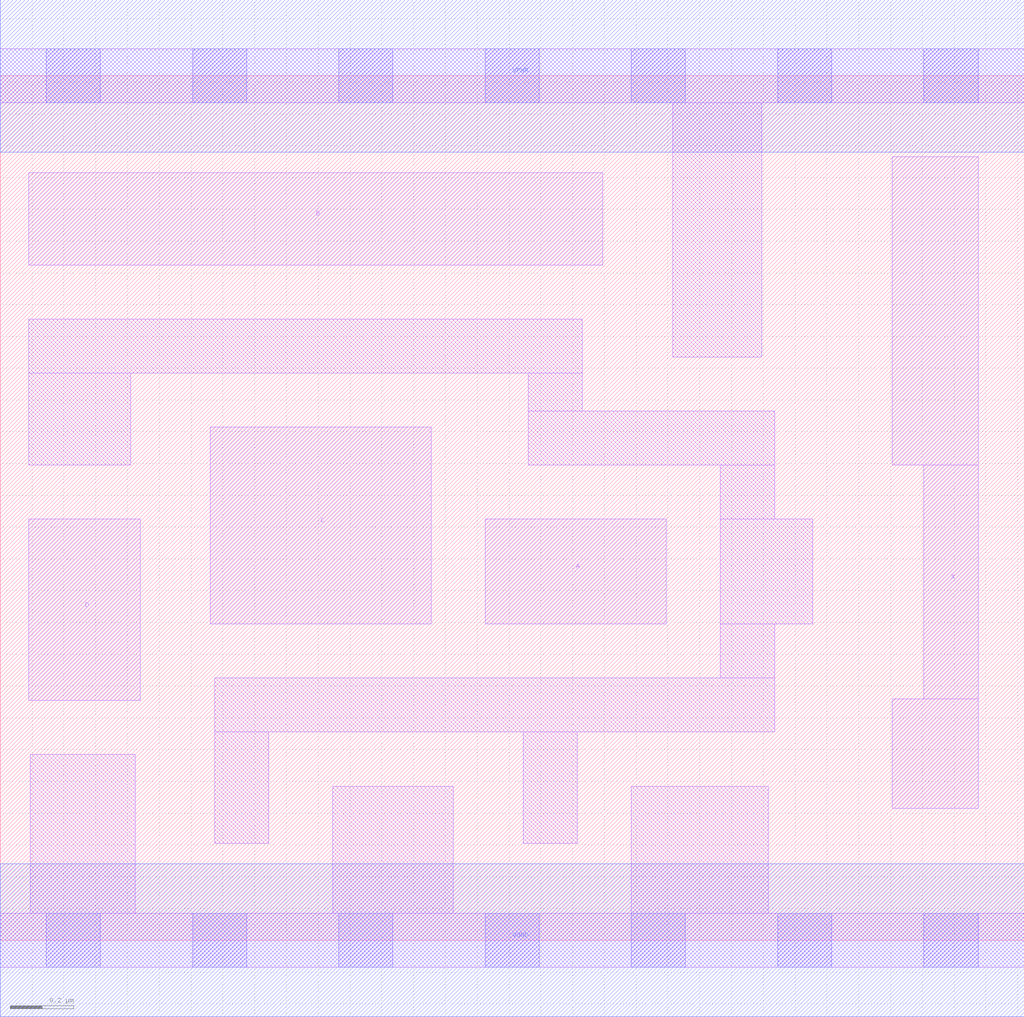
<source format=lef>
# Copyright 2020 The SkyWater PDK Authors
#
# Licensed under the Apache License, Version 2.0 (the "License");
# you may not use this file except in compliance with the License.
# You may obtain a copy of the License at
#
#     https://www.apache.org/licenses/LICENSE-2.0
#
# Unless required by applicable law or agreed to in writing, software
# distributed under the License is distributed on an "AS IS" BASIS,
# WITHOUT WARRANTIES OR CONDITIONS OF ANY KIND, either express or implied.
# See the License for the specific language governing permissions and
# limitations under the License.
#
# SPDX-License-Identifier: Apache-2.0

VERSION 5.7 ;
BUSBITCHARS "[]" ;
DIVIDERCHAR "/" ;
PROPERTYDEFINITIONS
  MACRO maskLayoutSubType STRING ;
  MACRO prCellType STRING ;
  MACRO originalViewName STRING ;
END PROPERTYDEFINITIONS
MACRO sky130_fd_sc_hdll__or4_1
  ORIGIN  0.000000  0.000000 ;
  CLASS CORE ;
  SYMMETRY X Y R90 ;
  SIZE  3.220000 BY  2.720000 ;
  SITE unithd ;
  PIN A
    ANTENNAGATEAREA  0.138600 ;
    DIRECTION INPUT ;
    USE SIGNAL ;
    PORT
      LAYER li1 ;
        RECT 1.525000 0.995000 2.095000 1.325000 ;
    END
  END A
  PIN B
    ANTENNAGATEAREA  0.138600 ;
    DIRECTION INPUT ;
    USE SIGNAL ;
    PORT
      LAYER li1 ;
        RECT 0.090000 2.125000 1.895000 2.415000 ;
    END
  END B
  PIN C
    ANTENNAGATEAREA  0.138600 ;
    DIRECTION INPUT ;
    USE SIGNAL ;
    PORT
      LAYER li1 ;
        RECT 0.660000 0.995000 1.355000 1.615000 ;
    END
  END C
  PIN D
    ANTENNAGATEAREA  0.138600 ;
    DIRECTION INPUT ;
    USE SIGNAL ;
    PORT
      LAYER li1 ;
        RECT 0.090000 0.755000 0.440000 1.325000 ;
    END
  END D
  PIN X
    ANTENNADIFFAREA  0.703000 ;
    DIRECTION OUTPUT ;
    USE SIGNAL ;
    PORT
      LAYER li1 ;
        RECT 2.805000 0.415000 3.075000 0.760000 ;
        RECT 2.805000 1.495000 3.075000 2.465000 ;
        RECT 2.905000 0.760000 3.075000 1.495000 ;
    END
  END X
  PIN VGND
    DIRECTION INOUT ;
    USE GROUND ;
    PORT
      LAYER met1 ;
        RECT 0.000000 -0.240000 3.220000 0.240000 ;
    END
  END VGND
  PIN VPWR
    DIRECTION INOUT ;
    USE POWER ;
    PORT
      LAYER met1 ;
        RECT 0.000000 2.480000 3.220000 2.960000 ;
    END
  END VPWR
  OBS
    LAYER li1 ;
      RECT 0.000000 -0.085000 3.220000 0.085000 ;
      RECT 0.000000  2.635000 3.220000 2.805000 ;
      RECT 0.090000  1.495000 0.410000 1.785000 ;
      RECT 0.090000  1.785000 1.830000 1.955000 ;
      RECT 0.095000  0.085000 0.425000 0.585000 ;
      RECT 0.675000  0.305000 0.845000 0.655000 ;
      RECT 0.675000  0.655000 2.435000 0.825000 ;
      RECT 1.045000  0.085000 1.425000 0.485000 ;
      RECT 1.645000  0.305000 1.815000 0.655000 ;
      RECT 1.660000  1.495000 2.435000 1.665000 ;
      RECT 1.660000  1.665000 1.830000 1.785000 ;
      RECT 1.985000  0.085000 2.415000 0.485000 ;
      RECT 2.115000  1.835000 2.395000 2.635000 ;
      RECT 2.265000  0.825000 2.435000 0.995000 ;
      RECT 2.265000  0.995000 2.555000 1.325000 ;
      RECT 2.265000  1.325000 2.435000 1.495000 ;
    LAYER mcon ;
      RECT 0.145000 -0.085000 0.315000 0.085000 ;
      RECT 0.145000  2.635000 0.315000 2.805000 ;
      RECT 0.605000 -0.085000 0.775000 0.085000 ;
      RECT 0.605000  2.635000 0.775000 2.805000 ;
      RECT 1.065000 -0.085000 1.235000 0.085000 ;
      RECT 1.065000  2.635000 1.235000 2.805000 ;
      RECT 1.525000 -0.085000 1.695000 0.085000 ;
      RECT 1.525000  2.635000 1.695000 2.805000 ;
      RECT 1.985000 -0.085000 2.155000 0.085000 ;
      RECT 1.985000  2.635000 2.155000 2.805000 ;
      RECT 2.445000 -0.085000 2.615000 0.085000 ;
      RECT 2.445000  2.635000 2.615000 2.805000 ;
      RECT 2.905000 -0.085000 3.075000 0.085000 ;
      RECT 2.905000  2.635000 3.075000 2.805000 ;
  END
  PROPERTY maskLayoutSubType "abstract" ;
  PROPERTY prCellType "standard" ;
  PROPERTY originalViewName "layout" ;
END sky130_fd_sc_hdll__or4_1
END LIBRARY

</source>
